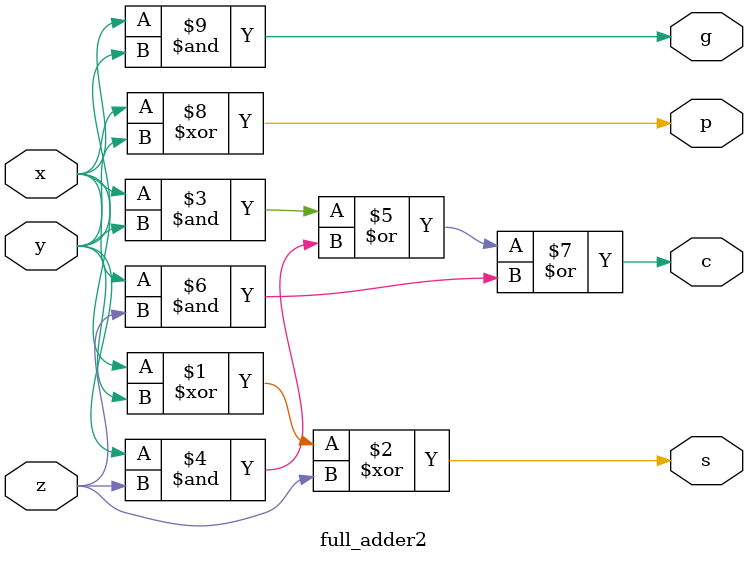
<source format=sv>

module full_adder2(
	input x, y, z,
	output s, c, p, g
	);

	assign s = x^y^z; // x XOR y XOR z determines parity of sum (s)
	assign c = (x&y)|(y&z)|(x&z); // any two bits as one or all three makes a carry
	// because sum >= 2
	
	// additional outputs for convenient abstraction for the Carry Look-ahead Adder
	assign p = x^y; // propogate output, x XOR y, 
	assign g = x&y; // generate output, x AND y, 
	
endmodule
</source>
